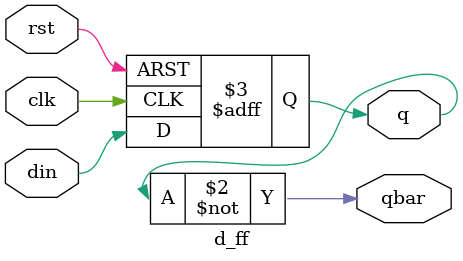
<source format=v>
module t_ff(t,clk,rst,q,qbar);
input t,clk,rst;
output q,qbar;
wire d;
xor x1(d,t,qbar);
d_ff d1(d,clk,rst,q,qbar);
endmodule

module d_ff(din,clk,rst,q,qbar);
input din,clk,rst;
output q,qbar;
reg q;
always@(posedge clk or posedge rst)
begin
if(rst)
q=1'b0;
else
q<=din;
end
assign qbar=~q;
endmodule

</source>
